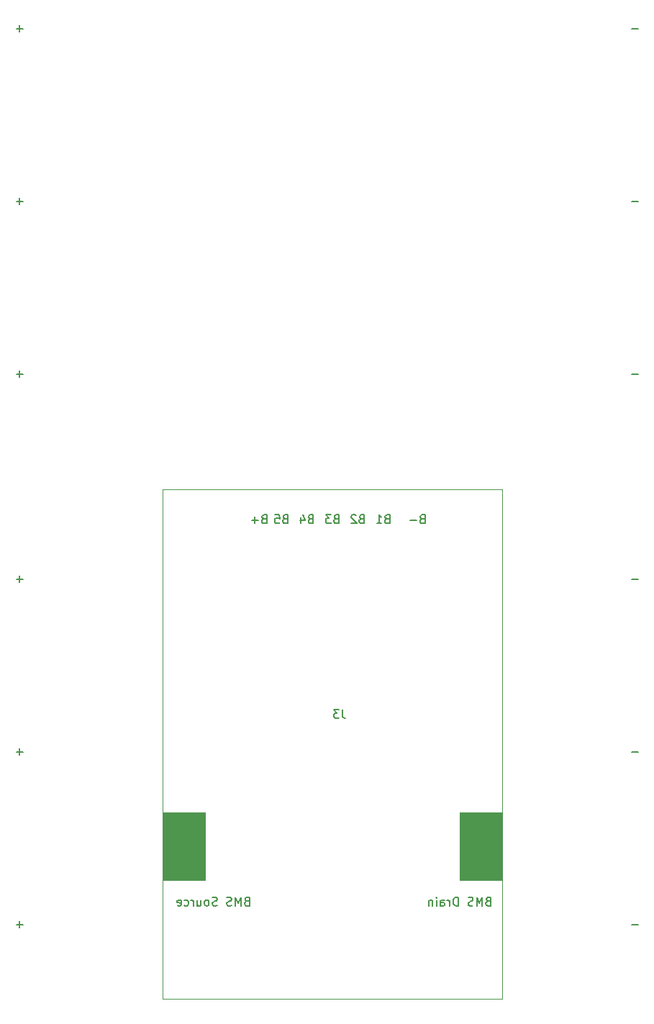
<source format=gbr>
%TF.GenerationSoftware,KiCad,Pcbnew,5.1.10*%
%TF.CreationDate,2021-10-06T22:42:20+01:00*%
%TF.ProjectId,BatteryPack,42617474-6572-4795-9061-636b2e6b6963,rev?*%
%TF.SameCoordinates,Original*%
%TF.FileFunction,Legend,Bot*%
%TF.FilePolarity,Positive*%
%FSLAX46Y46*%
G04 Gerber Fmt 4.6, Leading zero omitted, Abs format (unit mm)*
G04 Created by KiCad (PCBNEW 5.1.10) date 2021-10-06 22:42:20*
%MOMM*%
%LPD*%
G01*
G04 APERTURE LIST*
%ADD10C,0.150000*%
%ADD11C,0.120000*%
%ADD12C,0.100000*%
G04 APERTURE END LIST*
D10*
X116459047Y-135961428D02*
X117220952Y-135961428D01*
X44069047Y-135961428D02*
X44830952Y-135961428D01*
X44450000Y-136342380D02*
X44450000Y-135580476D01*
X116459047Y-115641428D02*
X117220952Y-115641428D01*
X44069047Y-115641428D02*
X44830952Y-115641428D01*
X44450000Y-116022380D02*
X44450000Y-115260476D01*
X116459047Y-95321428D02*
X117220952Y-95321428D01*
X44069047Y-95321428D02*
X44830952Y-95321428D01*
X44450000Y-95702380D02*
X44450000Y-94940476D01*
X116459047Y-71191428D02*
X117220952Y-71191428D01*
X44069047Y-71191428D02*
X44830952Y-71191428D01*
X44450000Y-71572380D02*
X44450000Y-70810476D01*
X116459047Y-50871428D02*
X117220952Y-50871428D01*
X44069047Y-50871428D02*
X44830952Y-50871428D01*
X44450000Y-51252380D02*
X44450000Y-50490476D01*
X116459047Y-30551428D02*
X117220952Y-30551428D01*
X44069047Y-30551428D02*
X44830952Y-30551428D01*
X44450000Y-30932380D02*
X44450000Y-30170476D01*
D11*
%TO.C,J3*%
X61280000Y-144756000D02*
X61280000Y-84756000D01*
X61280000Y-84756000D02*
X101280000Y-84756000D01*
X101280000Y-84756000D02*
X101280000Y-144756000D01*
X101280000Y-144756000D02*
X61280000Y-144756000D01*
D12*
G36*
X101280000Y-122756000D02*
G01*
X96280000Y-122756000D01*
X96280000Y-130756000D01*
X101280000Y-130756000D01*
X101280000Y-122756000D01*
G37*
X101280000Y-122756000D02*
X96280000Y-122756000D01*
X96280000Y-130756000D01*
X101280000Y-130756000D01*
X101280000Y-122756000D01*
G36*
X66280000Y-122756000D02*
G01*
X61280000Y-122756000D01*
X61280000Y-130756000D01*
X66280000Y-130756000D01*
X66280000Y-122756000D01*
G37*
X66280000Y-122756000D02*
X61280000Y-122756000D01*
X61280000Y-130756000D01*
X66280000Y-130756000D01*
X66280000Y-122756000D01*
D10*
X82441333Y-110704380D02*
X82441333Y-111418666D01*
X82488952Y-111561523D01*
X82584190Y-111656761D01*
X82727047Y-111704380D01*
X82822285Y-111704380D01*
X82060380Y-110704380D02*
X81441333Y-110704380D01*
X81774666Y-111085333D01*
X81631809Y-111085333D01*
X81536571Y-111132952D01*
X81488952Y-111180571D01*
X81441333Y-111275809D01*
X81441333Y-111513904D01*
X81488952Y-111609142D01*
X81536571Y-111656761D01*
X81631809Y-111704380D01*
X81917523Y-111704380D01*
X82012761Y-111656761D01*
X82060380Y-111609142D01*
X91827619Y-88244571D02*
X91684761Y-88292190D01*
X91637142Y-88339809D01*
X91589523Y-88435047D01*
X91589523Y-88577904D01*
X91637142Y-88673142D01*
X91684761Y-88720761D01*
X91780000Y-88768380D01*
X92160952Y-88768380D01*
X92160952Y-87768380D01*
X91827619Y-87768380D01*
X91732380Y-87816000D01*
X91684761Y-87863619D01*
X91637142Y-87958857D01*
X91637142Y-88054095D01*
X91684761Y-88149333D01*
X91732380Y-88196952D01*
X91827619Y-88244571D01*
X92160952Y-88244571D01*
X91160952Y-88387428D02*
X90399047Y-88387428D01*
X87684761Y-88244571D02*
X87541904Y-88292190D01*
X87494285Y-88339809D01*
X87446666Y-88435047D01*
X87446666Y-88577904D01*
X87494285Y-88673142D01*
X87541904Y-88720761D01*
X87637142Y-88768380D01*
X88018095Y-88768380D01*
X88018095Y-87768380D01*
X87684761Y-87768380D01*
X87589523Y-87816000D01*
X87541904Y-87863619D01*
X87494285Y-87958857D01*
X87494285Y-88054095D01*
X87541904Y-88149333D01*
X87589523Y-88196952D01*
X87684761Y-88244571D01*
X88018095Y-88244571D01*
X86494285Y-88768380D02*
X87065714Y-88768380D01*
X86780000Y-88768380D02*
X86780000Y-87768380D01*
X86875238Y-87911238D01*
X86970476Y-88006476D01*
X87065714Y-88054095D01*
X84684761Y-88244571D02*
X84541904Y-88292190D01*
X84494285Y-88339809D01*
X84446666Y-88435047D01*
X84446666Y-88577904D01*
X84494285Y-88673142D01*
X84541904Y-88720761D01*
X84637142Y-88768380D01*
X85018095Y-88768380D01*
X85018095Y-87768380D01*
X84684761Y-87768380D01*
X84589523Y-87816000D01*
X84541904Y-87863619D01*
X84494285Y-87958857D01*
X84494285Y-88054095D01*
X84541904Y-88149333D01*
X84589523Y-88196952D01*
X84684761Y-88244571D01*
X85018095Y-88244571D01*
X84065714Y-87863619D02*
X84018095Y-87816000D01*
X83922857Y-87768380D01*
X83684761Y-87768380D01*
X83589523Y-87816000D01*
X83541904Y-87863619D01*
X83494285Y-87958857D01*
X83494285Y-88054095D01*
X83541904Y-88196952D01*
X84113333Y-88768380D01*
X83494285Y-88768380D01*
X81684761Y-88244571D02*
X81541904Y-88292190D01*
X81494285Y-88339809D01*
X81446666Y-88435047D01*
X81446666Y-88577904D01*
X81494285Y-88673142D01*
X81541904Y-88720761D01*
X81637142Y-88768380D01*
X82018095Y-88768380D01*
X82018095Y-87768380D01*
X81684761Y-87768380D01*
X81589523Y-87816000D01*
X81541904Y-87863619D01*
X81494285Y-87958857D01*
X81494285Y-88054095D01*
X81541904Y-88149333D01*
X81589523Y-88196952D01*
X81684761Y-88244571D01*
X82018095Y-88244571D01*
X81113333Y-87768380D02*
X80494285Y-87768380D01*
X80827619Y-88149333D01*
X80684761Y-88149333D01*
X80589523Y-88196952D01*
X80541904Y-88244571D01*
X80494285Y-88339809D01*
X80494285Y-88577904D01*
X80541904Y-88673142D01*
X80589523Y-88720761D01*
X80684761Y-88768380D01*
X80970476Y-88768380D01*
X81065714Y-88720761D01*
X81113333Y-88673142D01*
X78684761Y-88244571D02*
X78541904Y-88292190D01*
X78494285Y-88339809D01*
X78446666Y-88435047D01*
X78446666Y-88577904D01*
X78494285Y-88673142D01*
X78541904Y-88720761D01*
X78637142Y-88768380D01*
X79018095Y-88768380D01*
X79018095Y-87768380D01*
X78684761Y-87768380D01*
X78589523Y-87816000D01*
X78541904Y-87863619D01*
X78494285Y-87958857D01*
X78494285Y-88054095D01*
X78541904Y-88149333D01*
X78589523Y-88196952D01*
X78684761Y-88244571D01*
X79018095Y-88244571D01*
X77589523Y-88101714D02*
X77589523Y-88768380D01*
X77827619Y-87720761D02*
X78065714Y-88435047D01*
X77446666Y-88435047D01*
X75684761Y-88244571D02*
X75541904Y-88292190D01*
X75494285Y-88339809D01*
X75446666Y-88435047D01*
X75446666Y-88577904D01*
X75494285Y-88673142D01*
X75541904Y-88720761D01*
X75637142Y-88768380D01*
X76018095Y-88768380D01*
X76018095Y-87768380D01*
X75684761Y-87768380D01*
X75589523Y-87816000D01*
X75541904Y-87863619D01*
X75494285Y-87958857D01*
X75494285Y-88054095D01*
X75541904Y-88149333D01*
X75589523Y-88196952D01*
X75684761Y-88244571D01*
X76018095Y-88244571D01*
X74541904Y-87768380D02*
X75018095Y-87768380D01*
X75065714Y-88244571D01*
X75018095Y-88196952D01*
X74922857Y-88149333D01*
X74684761Y-88149333D01*
X74589523Y-88196952D01*
X74541904Y-88244571D01*
X74494285Y-88339809D01*
X74494285Y-88577904D01*
X74541904Y-88673142D01*
X74589523Y-88720761D01*
X74684761Y-88768380D01*
X74922857Y-88768380D01*
X75018095Y-88720761D01*
X75065714Y-88673142D01*
X73208571Y-88244571D02*
X73065714Y-88292190D01*
X73018095Y-88339809D01*
X72970476Y-88435047D01*
X72970476Y-88577904D01*
X73018095Y-88673142D01*
X73065714Y-88720761D01*
X73160952Y-88768380D01*
X73541904Y-88768380D01*
X73541904Y-87768380D01*
X73208571Y-87768380D01*
X73113333Y-87816000D01*
X73065714Y-87863619D01*
X73018095Y-87958857D01*
X73018095Y-88054095D01*
X73065714Y-88149333D01*
X73113333Y-88196952D01*
X73208571Y-88244571D01*
X73541904Y-88244571D01*
X72541904Y-88387428D02*
X71780000Y-88387428D01*
X72160952Y-88768380D02*
X72160952Y-88006476D01*
X99589523Y-133244571D02*
X99446666Y-133292190D01*
X99399047Y-133339809D01*
X99351428Y-133435047D01*
X99351428Y-133577904D01*
X99399047Y-133673142D01*
X99446666Y-133720761D01*
X99541904Y-133768380D01*
X99922857Y-133768380D01*
X99922857Y-132768380D01*
X99589523Y-132768380D01*
X99494285Y-132816000D01*
X99446666Y-132863619D01*
X99399047Y-132958857D01*
X99399047Y-133054095D01*
X99446666Y-133149333D01*
X99494285Y-133196952D01*
X99589523Y-133244571D01*
X99922857Y-133244571D01*
X98922857Y-133768380D02*
X98922857Y-132768380D01*
X98589523Y-133482666D01*
X98256190Y-132768380D01*
X98256190Y-133768380D01*
X97827619Y-133720761D02*
X97684761Y-133768380D01*
X97446666Y-133768380D01*
X97351428Y-133720761D01*
X97303809Y-133673142D01*
X97256190Y-133577904D01*
X97256190Y-133482666D01*
X97303809Y-133387428D01*
X97351428Y-133339809D01*
X97446666Y-133292190D01*
X97637142Y-133244571D01*
X97732380Y-133196952D01*
X97780000Y-133149333D01*
X97827619Y-133054095D01*
X97827619Y-132958857D01*
X97780000Y-132863619D01*
X97732380Y-132816000D01*
X97637142Y-132768380D01*
X97399047Y-132768380D01*
X97256190Y-132816000D01*
X96065714Y-133768380D02*
X96065714Y-132768380D01*
X95827619Y-132768380D01*
X95684761Y-132816000D01*
X95589523Y-132911238D01*
X95541904Y-133006476D01*
X95494285Y-133196952D01*
X95494285Y-133339809D01*
X95541904Y-133530285D01*
X95589523Y-133625523D01*
X95684761Y-133720761D01*
X95827619Y-133768380D01*
X96065714Y-133768380D01*
X95065714Y-133768380D02*
X95065714Y-133101714D01*
X95065714Y-133292190D02*
X95018095Y-133196952D01*
X94970476Y-133149333D01*
X94875238Y-133101714D01*
X94780000Y-133101714D01*
X94018095Y-133768380D02*
X94018095Y-133244571D01*
X94065714Y-133149333D01*
X94160952Y-133101714D01*
X94351428Y-133101714D01*
X94446666Y-133149333D01*
X94018095Y-133720761D02*
X94113333Y-133768380D01*
X94351428Y-133768380D01*
X94446666Y-133720761D01*
X94494285Y-133625523D01*
X94494285Y-133530285D01*
X94446666Y-133435047D01*
X94351428Y-133387428D01*
X94113333Y-133387428D01*
X94018095Y-133339809D01*
X93541904Y-133768380D02*
X93541904Y-133101714D01*
X93541904Y-132768380D02*
X93589523Y-132816000D01*
X93541904Y-132863619D01*
X93494285Y-132816000D01*
X93541904Y-132768380D01*
X93541904Y-132863619D01*
X93065714Y-133101714D02*
X93065714Y-133768380D01*
X93065714Y-133196952D02*
X93018095Y-133149333D01*
X92922857Y-133101714D01*
X92780000Y-133101714D01*
X92684761Y-133149333D01*
X92637142Y-133244571D01*
X92637142Y-133768380D01*
X71184761Y-133244571D02*
X71041904Y-133292190D01*
X70994285Y-133339809D01*
X70946666Y-133435047D01*
X70946666Y-133577904D01*
X70994285Y-133673142D01*
X71041904Y-133720761D01*
X71137142Y-133768380D01*
X71518095Y-133768380D01*
X71518095Y-132768380D01*
X71184761Y-132768380D01*
X71089523Y-132816000D01*
X71041904Y-132863619D01*
X70994285Y-132958857D01*
X70994285Y-133054095D01*
X71041904Y-133149333D01*
X71089523Y-133196952D01*
X71184761Y-133244571D01*
X71518095Y-133244571D01*
X70518095Y-133768380D02*
X70518095Y-132768380D01*
X70184761Y-133482666D01*
X69851428Y-132768380D01*
X69851428Y-133768380D01*
X69422857Y-133720761D02*
X69280000Y-133768380D01*
X69041904Y-133768380D01*
X68946666Y-133720761D01*
X68899047Y-133673142D01*
X68851428Y-133577904D01*
X68851428Y-133482666D01*
X68899047Y-133387428D01*
X68946666Y-133339809D01*
X69041904Y-133292190D01*
X69232380Y-133244571D01*
X69327619Y-133196952D01*
X69375238Y-133149333D01*
X69422857Y-133054095D01*
X69422857Y-132958857D01*
X69375238Y-132863619D01*
X69327619Y-132816000D01*
X69232380Y-132768380D01*
X68994285Y-132768380D01*
X68851428Y-132816000D01*
X67708571Y-133720761D02*
X67565714Y-133768380D01*
X67327619Y-133768380D01*
X67232380Y-133720761D01*
X67184761Y-133673142D01*
X67137142Y-133577904D01*
X67137142Y-133482666D01*
X67184761Y-133387428D01*
X67232380Y-133339809D01*
X67327619Y-133292190D01*
X67518095Y-133244571D01*
X67613333Y-133196952D01*
X67660952Y-133149333D01*
X67708571Y-133054095D01*
X67708571Y-132958857D01*
X67660952Y-132863619D01*
X67613333Y-132816000D01*
X67518095Y-132768380D01*
X67280000Y-132768380D01*
X67137142Y-132816000D01*
X66565714Y-133768380D02*
X66660952Y-133720761D01*
X66708571Y-133673142D01*
X66756190Y-133577904D01*
X66756190Y-133292190D01*
X66708571Y-133196952D01*
X66660952Y-133149333D01*
X66565714Y-133101714D01*
X66422857Y-133101714D01*
X66327619Y-133149333D01*
X66280000Y-133196952D01*
X66232380Y-133292190D01*
X66232380Y-133577904D01*
X66280000Y-133673142D01*
X66327619Y-133720761D01*
X66422857Y-133768380D01*
X66565714Y-133768380D01*
X65375238Y-133101714D02*
X65375238Y-133768380D01*
X65803809Y-133101714D02*
X65803809Y-133625523D01*
X65756190Y-133720761D01*
X65660952Y-133768380D01*
X65518095Y-133768380D01*
X65422857Y-133720761D01*
X65375238Y-133673142D01*
X64899047Y-133768380D02*
X64899047Y-133101714D01*
X64899047Y-133292190D02*
X64851428Y-133196952D01*
X64803809Y-133149333D01*
X64708571Y-133101714D01*
X64613333Y-133101714D01*
X63851428Y-133720761D02*
X63946666Y-133768380D01*
X64137142Y-133768380D01*
X64232380Y-133720761D01*
X64280000Y-133673142D01*
X64327619Y-133577904D01*
X64327619Y-133292190D01*
X64280000Y-133196952D01*
X64232380Y-133149333D01*
X64137142Y-133101714D01*
X63946666Y-133101714D01*
X63851428Y-133149333D01*
X63041904Y-133720761D02*
X63137142Y-133768380D01*
X63327619Y-133768380D01*
X63422857Y-133720761D01*
X63470476Y-133625523D01*
X63470476Y-133244571D01*
X63422857Y-133149333D01*
X63327619Y-133101714D01*
X63137142Y-133101714D01*
X63041904Y-133149333D01*
X62994285Y-133244571D01*
X62994285Y-133339809D01*
X63470476Y-133435047D01*
%TD*%
M02*

</source>
